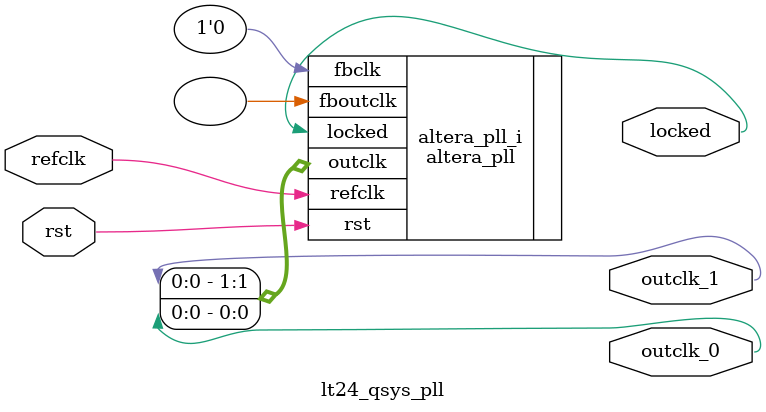
<source format=v>
`timescale 1ns/10ps
module  lt24_qsys_pll(

	// interface 'refclk'
	input wire refclk,

	// interface 'reset'
	input wire rst,

	// interface 'outclk0'
	output wire outclk_0,

	// interface 'outclk1'
	output wire outclk_1,

	// interface 'locked'
	output wire locked
);

	altera_pll #(
		.fractional_vco_multiplier("false"),
		.reference_clock_frequency("50.0 MHz"),
		.operation_mode("normal"),
		.number_of_clocks(2),
		.output_clock_frequency0("100.000000 MHz"),
		.phase_shift0("0 ps"),
		.duty_cycle0(50),
		.output_clock_frequency1("100.000000 MHz"),
		.phase_shift1("7500 ps"),
		.duty_cycle1(50),
		.output_clock_frequency2("0 MHz"),
		.phase_shift2("0 ps"),
		.duty_cycle2(50),
		.output_clock_frequency3("0 MHz"),
		.phase_shift3("0 ps"),
		.duty_cycle3(50),
		.output_clock_frequency4("0 MHz"),
		.phase_shift4("0 ps"),
		.duty_cycle4(50),
		.output_clock_frequency5("0 MHz"),
		.phase_shift5("0 ps"),
		.duty_cycle5(50),
		.output_clock_frequency6("0 MHz"),
		.phase_shift6("0 ps"),
		.duty_cycle6(50),
		.output_clock_frequency7("0 MHz"),
		.phase_shift7("0 ps"),
		.duty_cycle7(50),
		.output_clock_frequency8("0 MHz"),
		.phase_shift8("0 ps"),
		.duty_cycle8(50),
		.output_clock_frequency9("0 MHz"),
		.phase_shift9("0 ps"),
		.duty_cycle9(50),
		.output_clock_frequency10("0 MHz"),
		.phase_shift10("0 ps"),
		.duty_cycle10(50),
		.output_clock_frequency11("0 MHz"),
		.phase_shift11("0 ps"),
		.duty_cycle11(50),
		.output_clock_frequency12("0 MHz"),
		.phase_shift12("0 ps"),
		.duty_cycle12(50),
		.output_clock_frequency13("0 MHz"),
		.phase_shift13("0 ps"),
		.duty_cycle13(50),
		.output_clock_frequency14("0 MHz"),
		.phase_shift14("0 ps"),
		.duty_cycle14(50),
		.output_clock_frequency15("0 MHz"),
		.phase_shift15("0 ps"),
		.duty_cycle15(50),
		.output_clock_frequency16("0 MHz"),
		.phase_shift16("0 ps"),
		.duty_cycle16(50),
		.output_clock_frequency17("0 MHz"),
		.phase_shift17("0 ps"),
		.duty_cycle17(50),
		.pll_type("General"),
		.pll_subtype("General")
	) altera_pll_i (
		.rst	(rst),
		.outclk	({outclk_1, outclk_0}),
		.locked	(locked),
		.fboutclk	( ),
		.fbclk	(1'b0),
		.refclk	(refclk)
	);
endmodule


</source>
